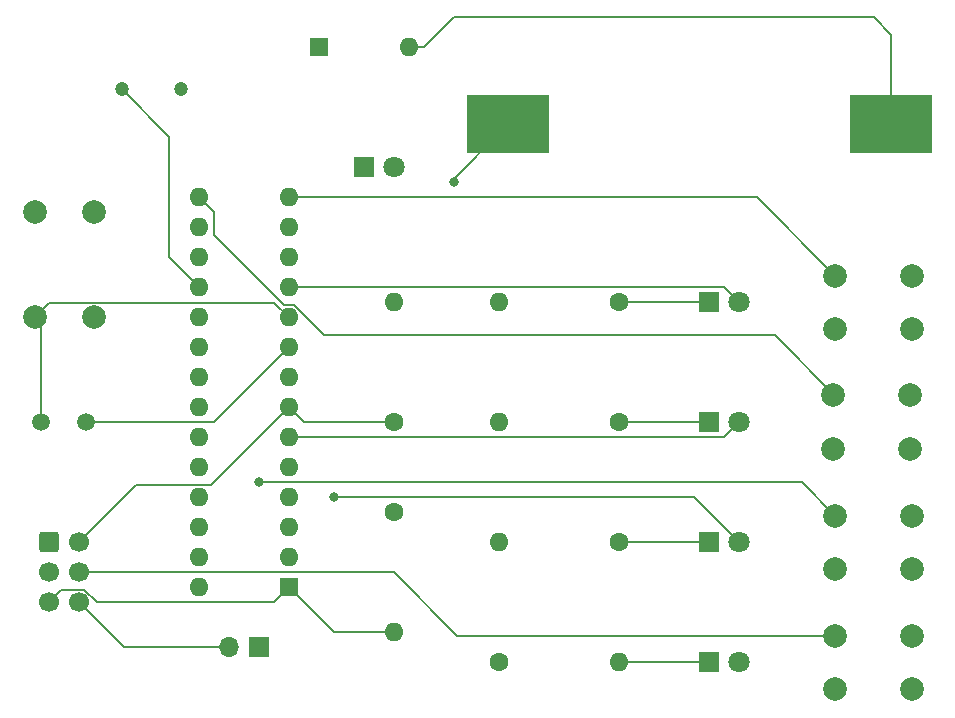
<source format=gbr>
%TF.GenerationSoftware,KiCad,Pcbnew,(6.0.0)*%
%TF.CreationDate,2022-04-23T15:12:40-04:00*%
%TF.ProjectId,DIY,4449592e-6b69-4636-9164-5f7063625858,rev?*%
%TF.SameCoordinates,Original*%
%TF.FileFunction,Copper,L1,Top*%
%TF.FilePolarity,Positive*%
%FSLAX46Y46*%
G04 Gerber Fmt 4.6, Leading zero omitted, Abs format (unit mm)*
G04 Created by KiCad (PCBNEW (6.0.0)) date 2022-04-23 15:12:40*
%MOMM*%
%LPD*%
G01*
G04 APERTURE LIST*
G04 Aperture macros list*
%AMRoundRect*
0 Rectangle with rounded corners*
0 $1 Rounding radius*
0 $2 $3 $4 $5 $6 $7 $8 $9 X,Y pos of 4 corners*
0 Add a 4 corners polygon primitive as box body*
4,1,4,$2,$3,$4,$5,$6,$7,$8,$9,$2,$3,0*
0 Add four circle primitives for the rounded corners*
1,1,$1+$1,$2,$3*
1,1,$1+$1,$4,$5*
1,1,$1+$1,$6,$7*
1,1,$1+$1,$8,$9*
0 Add four rect primitives between the rounded corners*
20,1,$1+$1,$2,$3,$4,$5,0*
20,1,$1+$1,$4,$5,$6,$7,0*
20,1,$1+$1,$6,$7,$8,$9,0*
20,1,$1+$1,$8,$9,$2,$3,0*%
G04 Aperture macros list end*
%TA.AperFunction,ComponentPad*%
%ADD10C,2.000000*%
%TD*%
%TA.AperFunction,ComponentPad*%
%ADD11C,1.200000*%
%TD*%
%TA.AperFunction,ComponentPad*%
%ADD12C,1.500000*%
%TD*%
%TA.AperFunction,ComponentPad*%
%ADD13C,1.600000*%
%TD*%
%TA.AperFunction,ComponentPad*%
%ADD14O,1.600000X1.600000*%
%TD*%
%TA.AperFunction,ComponentPad*%
%ADD15R,1.700000X1.700000*%
%TD*%
%TA.AperFunction,ComponentPad*%
%ADD16O,1.700000X1.700000*%
%TD*%
%TA.AperFunction,ComponentPad*%
%ADD17RoundRect,0.250000X-0.600000X-0.600000X0.600000X-0.600000X0.600000X0.600000X-0.600000X0.600000X0*%
%TD*%
%TA.AperFunction,ComponentPad*%
%ADD18C,1.700000*%
%TD*%
%TA.AperFunction,ComponentPad*%
%ADD19R,1.800000X1.800000*%
%TD*%
%TA.AperFunction,ComponentPad*%
%ADD20C,1.800000*%
%TD*%
%TA.AperFunction,ComponentPad*%
%ADD21R,1.600000X1.600000*%
%TD*%
%TA.AperFunction,SMDPad,CuDef*%
%ADD22R,7.000000X5.000000*%
%TD*%
%TA.AperFunction,ViaPad*%
%ADD23C,0.800000*%
%TD*%
%TA.AperFunction,Conductor*%
%ADD24C,0.150000*%
%TD*%
G04 APERTURE END LIST*
D10*
%TO.P,SW2,2*%
%TO.N,N/C*%
X138788000Y-122864000D03*
%TO.P,SW2,1,1*%
%TO.N,Net-(SW2-Pad1)*%
X138788000Y-118364000D03*
%TO.P,SW2,4,2*%
%TO.N,GND*%
X145288000Y-122864000D03*
%TO.P,SW2,2*%
%TO.N,N/C*%
X145288000Y-118364000D03*
%TD*%
D11*
%TO.P,LS1,1,1*%
%TO.N,/MISO*%
X78566000Y-92456000D03*
%TO.P,LS1,2,2*%
%TO.N,GND*%
X83566000Y-92456000D03*
%TD*%
D12*
%TO.P,Y1,1,1*%
%TO.N,xtalO*%
X71760000Y-120650000D03*
%TO.P,Y1,2,2*%
%TO.N,xtalI*%
X75560000Y-120650000D03*
%TD*%
D13*
%TO.P,R3,1*%
%TO.N,Net-(D3-Pad1)*%
X120650000Y-120650000D03*
D14*
%TO.P,R3,2*%
%TO.N,GND*%
X110490000Y-120650000D03*
%TD*%
D10*
%TO.P,SW1,4,2*%
%TO.N,GND*%
X145490000Y-112740000D03*
%TO.P,SW1,2*%
%TO.N,N/C*%
X138990000Y-112740000D03*
X145490000Y-108240000D03*
%TO.P,SW1,1,1*%
%TO.N,Net-(SW1-Pad1)*%
X138990000Y-108240000D03*
%TD*%
D15*
%TO.P,JP1,1,A*%
%TO.N,Net-(JP1-Pad1)*%
X90170000Y-139700000D03*
D16*
%TO.P,JP1,2,B*%
%TO.N,GND*%
X87630000Y-139700000D03*
%TD*%
D13*
%TO.P,R4,1*%
%TO.N,Net-(D4-Pad1)*%
X120650000Y-110490000D03*
D14*
%TO.P,R4,2*%
%TO.N,GND*%
X110490000Y-110490000D03*
%TD*%
D17*
%TO.P,J1,1,MISO*%
%TO.N,/MISO*%
X72390000Y-130810000D03*
D18*
%TO.P,J1,2,VCC*%
%TO.N,VCC*%
X74930000Y-130810000D03*
%TO.P,J1,3,SCK*%
%TO.N,/SCLK*%
X72390000Y-133350000D03*
%TO.P,J1,4,MOSI*%
%TO.N,/MOSI*%
X74930000Y-133350000D03*
%TO.P,J1,5,~{RST}*%
%TO.N,/RESET*%
X72390000Y-135890000D03*
%TO.P,J1,6,GND*%
%TO.N,GND*%
X74930000Y-135890000D03*
%TD*%
D10*
%TO.P,SW3,1,1*%
%TO.N,Net-(SW3-Pad1)*%
X138990000Y-128560000D03*
%TO.P,SW3,2*%
%TO.N,N/C*%
X138990000Y-133060000D03*
X145490000Y-128560000D03*
%TO.P,SW3,4,2*%
%TO.N,GND*%
X145490000Y-133060000D03*
%TD*%
D19*
%TO.P,D2,1,K*%
%TO.N,Net-(D2-Pad1)*%
X128270000Y-130810000D03*
D20*
%TO.P,D2,2,A*%
%TO.N,Net-(D2-Pad2)*%
X130810000Y-130810000D03*
%TD*%
D13*
%TO.P,R2,1*%
%TO.N,Net-(D2-Pad1)*%
X120650000Y-130810000D03*
D14*
%TO.P,R2,2*%
%TO.N,GND*%
X110490000Y-130810000D03*
%TD*%
D19*
%TO.P,D3,1,K*%
%TO.N,Net-(D3-Pad1)*%
X128270000Y-120650000D03*
D20*
%TO.P,D3,2,A*%
%TO.N,Net-(D3-Pad2)*%
X130810000Y-120650000D03*
%TD*%
D21*
%TO.P,U1,1,~{RESET}/PC6*%
%TO.N,/RESET*%
X92710000Y-134620000D03*
D14*
%TO.P,U1,2,PD0*%
%TO.N,unconnected-(U1-Pad2)*%
X92710000Y-132080000D03*
%TO.P,U1,3,PD1*%
%TO.N,unconnected-(U1-Pad3)*%
X92710000Y-129540000D03*
%TO.P,U1,4,PD2*%
%TO.N,Net-(D1-Pad2)*%
X92710000Y-127000000D03*
%TO.P,U1,5,PD3*%
%TO.N,Net-(D2-Pad2)*%
X92710000Y-124460000D03*
%TO.P,U1,6,PD4*%
%TO.N,Net-(D3-Pad2)*%
X92710000Y-121920000D03*
%TO.P,U1,7,VCC*%
%TO.N,VCC*%
X92710000Y-119380000D03*
%TO.P,U1,8,GND*%
%TO.N,GND*%
X92710000Y-116840000D03*
%TO.P,U1,9,XTAL1/PB6*%
%TO.N,xtalI*%
X92710000Y-114300000D03*
%TO.P,U1,10,XTAL2/PB7*%
%TO.N,xtalO*%
X92710000Y-111760000D03*
%TO.P,U1,11,PD5*%
%TO.N,Net-(D4-Pad2)*%
X92710000Y-109220000D03*
%TO.P,U1,12,PD6*%
%TO.N,unconnected-(U1-Pad12)*%
X92710000Y-106680000D03*
%TO.P,U1,13,PD7*%
%TO.N,unconnected-(U1-Pad13)*%
X92710000Y-104140000D03*
%TO.P,U1,14,PB0*%
%TO.N,Net-(SW1-Pad1)*%
X92710000Y-101600000D03*
%TO.P,U1,15,PB1*%
%TO.N,Net-(SW2-Pad1)*%
X85090000Y-101600000D03*
%TO.P,U1,16,PB2*%
%TO.N,Net-(SW3-Pad1)*%
X85090000Y-104140000D03*
%TO.P,U1,17,PB3*%
%TO.N,/MOSI*%
X85090000Y-106680000D03*
%TO.P,U1,18,PB4*%
%TO.N,/MISO*%
X85090000Y-109220000D03*
%TO.P,U1,19,PB5*%
%TO.N,/SCLK*%
X85090000Y-111760000D03*
%TO.P,U1,20,AVCC*%
%TO.N,unconnected-(U1-Pad20)*%
X85090000Y-114300000D03*
%TO.P,U1,21,AREF*%
%TO.N,unconnected-(U1-Pad21)*%
X85090000Y-116840000D03*
%TO.P,U1,22,GND*%
%TO.N,GND*%
X85090000Y-119380000D03*
%TO.P,U1,23,PC0*%
%TO.N,unconnected-(U1-Pad23)*%
X85090000Y-121920000D03*
%TO.P,U1,24,PC1*%
%TO.N,Net-(JP1-Pad1)*%
X85090000Y-124460000D03*
%TO.P,U1,25,PC2*%
%TO.N,unconnected-(U1-Pad25)*%
X85090000Y-127000000D03*
%TO.P,U1,26,PC3*%
%TO.N,unconnected-(U1-Pad26)*%
X85090000Y-129540000D03*
%TO.P,U1,27,PC4*%
%TO.N,unconnected-(U1-Pad27)*%
X85090000Y-132080000D03*
%TO.P,U1,28,PC5*%
%TO.N,unconnected-(U1-Pad28)*%
X85090000Y-134620000D03*
%TD*%
D19*
%TO.P,D4,1,K*%
%TO.N,Net-(D4-Pad1)*%
X128270000Y-110490000D03*
D20*
%TO.P,D4,2,A*%
%TO.N,Net-(D4-Pad2)*%
X130810000Y-110490000D03*
%TD*%
D19*
%TO.P,D5,1,K*%
%TO.N,Net-(D5-Pad1)*%
X99060000Y-99060000D03*
D20*
%TO.P,D5,2,A*%
%TO.N,GND*%
X101600000Y-99060000D03*
%TD*%
D13*
%TO.P,R1,1*%
%TO.N,GND*%
X110490000Y-140970000D03*
D14*
%TO.P,R1,2*%
%TO.N,Net-(D1-Pad1)*%
X120650000Y-140970000D03*
%TD*%
D10*
%TO.P,C1,1*%
%TO.N,xtalO*%
X71200000Y-111760000D03*
%TO.P,C1,2*%
%TO.N,GND*%
X76200000Y-111760000D03*
%TD*%
%TO.P,SW4,1,1*%
%TO.N,/MOSI*%
X138990000Y-138720000D03*
%TO.P,SW4,2*%
%TO.N,N/C*%
X145490000Y-138720000D03*
X138990000Y-143220000D03*
%TO.P,SW4,4,2*%
%TO.N,GND*%
X145490000Y-143220000D03*
%TD*%
D21*
%TO.P,SW5,1,A*%
%TO.N,GND*%
X95250000Y-88900000D03*
D14*
%TO.P,SW5,2,B*%
%TO.N,Net-(BT1-Pad2)*%
X102870000Y-88900000D03*
%TD*%
D13*
%TO.P,R5,1*%
%TO.N,VCC*%
X101600000Y-120650000D03*
D14*
%TO.P,R5,2*%
%TO.N,Net-(D5-Pad1)*%
X101600000Y-110490000D03*
%TD*%
D19*
%TO.P,D1,1,K*%
%TO.N,Net-(D1-Pad1)*%
X128270000Y-140970000D03*
D20*
%TO.P,D1,2,A*%
%TO.N,Net-(D1-Pad2)*%
X130810000Y-140970000D03*
%TD*%
D13*
%TO.P,R6,1*%
%TO.N,VCC*%
X101600000Y-128270000D03*
D14*
%TO.P,R6,2*%
%TO.N,/RESET*%
X101600000Y-138430000D03*
%TD*%
D10*
%TO.P,C2,1*%
%TO.N,xtalI*%
X71200000Y-102870000D03*
%TO.P,C2,2*%
%TO.N,GND*%
X76200000Y-102870000D03*
%TD*%
D22*
%TO.P,BT1,1,+*%
%TO.N,VCC*%
X111308000Y-95375000D03*
%TO.P,BT1,2,-*%
%TO.N,Net-(BT1-Pad2)*%
X143708000Y-95375000D03*
%TD*%
D23*
%TO.N,Net-(D2-Pad2)*%
X96520000Y-127000000D03*
%TO.N,VCC*%
X106680000Y-100330000D03*
%TO.N,Net-(SW3-Pad1)*%
X90170000Y-125730000D03*
%TD*%
D24*
%TO.N,/MISO*%
X82550000Y-106680000D02*
X82550000Y-96440000D01*
X82550000Y-96440000D02*
X78566000Y-92456000D01*
X85090000Y-109220000D02*
X82550000Y-106680000D01*
%TO.N,xtalO*%
X92710000Y-111760000D02*
X91485489Y-110535489D01*
X71760000Y-112320000D02*
X71200000Y-111760000D01*
X91485489Y-110535489D02*
X72424511Y-110535489D01*
X72424511Y-110535489D02*
X71200000Y-111760000D01*
X71760000Y-120650000D02*
X71760000Y-112320000D01*
%TO.N,GND*%
X78740000Y-139700000D02*
X87630000Y-139700000D01*
X74930000Y-135890000D02*
X78740000Y-139700000D01*
%TO.N,xtalI*%
X92710000Y-114300000D02*
X86360000Y-120650000D01*
X86360000Y-120650000D02*
X75560000Y-120650000D01*
%TO.N,Net-(D1-Pad1)*%
X120650000Y-140970000D02*
X128270000Y-140970000D01*
%TO.N,Net-(D2-Pad1)*%
X120650000Y-130810000D02*
X128270000Y-130810000D01*
%TO.N,Net-(D2-Pad2)*%
X130810000Y-130810000D02*
X127000000Y-127000000D01*
X127000000Y-127000000D02*
X96520000Y-127000000D01*
%TO.N,Net-(D3-Pad1)*%
X120650000Y-120650000D02*
X128270000Y-120650000D01*
%TO.N,Net-(D3-Pad2)*%
X129540000Y-121920000D02*
X92710000Y-121920000D01*
X130810000Y-120650000D02*
X129540000Y-121920000D01*
%TO.N,Net-(D4-Pad1)*%
X120650000Y-110490000D02*
X128270000Y-110490000D01*
%TO.N,Net-(D4-Pad2)*%
X129540000Y-109220000D02*
X92710000Y-109220000D01*
X130810000Y-110490000D02*
X129540000Y-109220000D01*
%TO.N,VCC*%
X93980000Y-120650000D02*
X92710000Y-119380000D01*
X106680000Y-100003000D02*
X106680000Y-100330000D01*
X86114511Y-125975489D02*
X79764511Y-125975489D01*
X79764511Y-125975489D02*
X74930000Y-130810000D01*
X101600000Y-120650000D02*
X93980000Y-120650000D01*
X92710000Y-119380000D02*
X86114511Y-125975489D01*
X111308000Y-95375000D02*
X106680000Y-100003000D01*
%TO.N,Net-(SW2-Pad1)*%
X86360000Y-104809856D02*
X86360000Y-102870000D01*
X95674367Y-113275489D02*
X93134367Y-110735489D01*
X133865489Y-113275489D02*
X95674367Y-113275489D01*
X93134367Y-110735489D02*
X92285633Y-110735489D01*
X86360000Y-102870000D02*
X85090000Y-101600000D01*
X138990000Y-118400000D02*
X133865489Y-113275489D01*
X92285633Y-110735489D02*
X86360000Y-104809856D01*
%TO.N,Net-(SW3-Pad1)*%
X138990000Y-128560000D02*
X136160000Y-125730000D01*
X136160000Y-125730000D02*
X90170000Y-125730000D01*
%TO.N,Net-(BT1-Pad2)*%
X104140000Y-88900000D02*
X106680000Y-86360000D01*
X102870000Y-88900000D02*
X104140000Y-88900000D01*
X143708000Y-95375000D02*
X143708000Y-87828000D01*
X106680000Y-86360000D02*
X142240000Y-86360000D01*
X143708000Y-87828000D02*
X142240000Y-86360000D01*
%TO.N,Net-(SW1-Pad1)*%
X92710000Y-101600000D02*
X132350000Y-101600000D01*
X132350000Y-101600000D02*
X138990000Y-108240000D01*
%TO.N,/MOSI*%
X101600000Y-133350000D02*
X106970000Y-138720000D01*
X106970000Y-138720000D02*
X138990000Y-138720000D01*
X74930000Y-133350000D02*
X101600000Y-133350000D01*
%TO.N,/RESET*%
X76449589Y-135890000D02*
X75375078Y-134815489D01*
X101600000Y-138430000D02*
X96520000Y-138430000D01*
X92710000Y-134620000D02*
X91440000Y-135890000D01*
X73464511Y-134815489D02*
X72390000Y-135890000D01*
X96520000Y-138430000D02*
X92710000Y-134620000D01*
X91440000Y-135890000D02*
X76449589Y-135890000D01*
X75375078Y-134815489D02*
X73464511Y-134815489D01*
%TD*%
M02*

</source>
